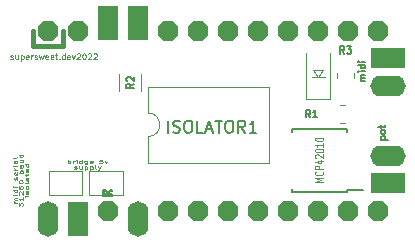
<source format=gbr>
%TF.GenerationSoftware,KiCad,Pcbnew,(6.0.9)*%
%TF.CreationDate,2022-11-13T21:00:24-06:00*%
%TF.ProjectId,melodyous-micro,6d656c6f-6479-46f7-9573-2d6d6963726f,rev?*%
%TF.SameCoordinates,Original*%
%TF.FileFunction,Legend,Top*%
%TF.FilePolarity,Positive*%
%FSLAX46Y46*%
G04 Gerber Fmt 4.6, Leading zero omitted, Abs format (unit mm)*
G04 Created by KiCad (PCBNEW (6.0.9)) date 2022-11-13 21:00:24*
%MOMM*%
%LPD*%
G01*
G04 APERTURE LIST*
G04 Aperture macros list*
%AMFreePoly0*
4,1,17,0.377620,0.861655,0.861655,0.377620,0.876300,0.342265,0.876300,-0.342265,0.861655,-0.377620,0.377620,-0.861655,0.342265,-0.876300,-0.342265,-0.876300,-0.377620,-0.861655,-0.861655,-0.377620,-0.876300,-0.342265,-0.876300,0.342265,-0.861655,0.377620,-0.377620,0.861655,-0.342265,0.876300,0.342265,0.876300,0.377620,0.861655,0.377620,0.861655,$1*%
G04 Aperture macros list end*
%ADD10C,0.075000*%
%ADD11C,0.125000*%
%ADD12C,0.150000*%
%ADD13C,0.100000*%
%ADD14C,0.120000*%
%ADD15C,0.381000*%
%ADD16R,3.000000X1.752600*%
%ADD17O,3.000000X1.752600*%
%ADD18O,1.752600X3.000000*%
%ADD19R,1.752600X3.000000*%
%ADD20FreePoly0,0.000000*%
G04 APERTURE END LIST*
D10*
X109563333Y-77214214D02*
X109563333Y-76914214D01*
X109563333Y-77028500D02*
X109610952Y-77014214D01*
X109706190Y-77014214D01*
X109753809Y-77028500D01*
X109777619Y-77042785D01*
X109801428Y-77071357D01*
X109801428Y-77157071D01*
X109777619Y-77185642D01*
X109753809Y-77199928D01*
X109706190Y-77214214D01*
X109610952Y-77214214D01*
X109563333Y-77199928D01*
X110015714Y-77214214D02*
X110015714Y-77014214D01*
X110015714Y-77071357D02*
X110039523Y-77042785D01*
X110063333Y-77028500D01*
X110110952Y-77014214D01*
X110158571Y-77014214D01*
X110325238Y-77214214D02*
X110325238Y-77014214D01*
X110325238Y-76914214D02*
X110301428Y-76928500D01*
X110325238Y-76942785D01*
X110349047Y-76928500D01*
X110325238Y-76914214D01*
X110325238Y-76942785D01*
X110777619Y-77214214D02*
X110777619Y-76914214D01*
X110777619Y-77199928D02*
X110730000Y-77214214D01*
X110634761Y-77214214D01*
X110587142Y-77199928D01*
X110563333Y-77185642D01*
X110539523Y-77157071D01*
X110539523Y-77071357D01*
X110563333Y-77042785D01*
X110587142Y-77028500D01*
X110634761Y-77014214D01*
X110730000Y-77014214D01*
X110777619Y-77028500D01*
X111230000Y-77014214D02*
X111230000Y-77257071D01*
X111206190Y-77285642D01*
X111182380Y-77299928D01*
X111134761Y-77314214D01*
X111063333Y-77314214D01*
X111015714Y-77299928D01*
X111230000Y-77199928D02*
X111182380Y-77214214D01*
X111087142Y-77214214D01*
X111039523Y-77199928D01*
X111015714Y-77185642D01*
X110991904Y-77157071D01*
X110991904Y-77071357D01*
X111015714Y-77042785D01*
X111039523Y-77028500D01*
X111087142Y-77014214D01*
X111182380Y-77014214D01*
X111230000Y-77028500D01*
X111658571Y-77199928D02*
X111610952Y-77214214D01*
X111515714Y-77214214D01*
X111468095Y-77199928D01*
X111444285Y-77171357D01*
X111444285Y-77057071D01*
X111468095Y-77028500D01*
X111515714Y-77014214D01*
X111610952Y-77014214D01*
X111658571Y-77028500D01*
X111682380Y-77057071D01*
X111682380Y-77085642D01*
X111444285Y-77114214D01*
X112515714Y-76914214D02*
X112277619Y-76914214D01*
X112253809Y-77057071D01*
X112277619Y-77042785D01*
X112325238Y-77028500D01*
X112444285Y-77028500D01*
X112491904Y-77042785D01*
X112515714Y-77057071D01*
X112539523Y-77085642D01*
X112539523Y-77157071D01*
X112515714Y-77185642D01*
X112491904Y-77199928D01*
X112444285Y-77214214D01*
X112325238Y-77214214D01*
X112277619Y-77199928D01*
X112253809Y-77185642D01*
X112706190Y-77014214D02*
X112825238Y-77214214D01*
X112944285Y-77014214D01*
X110122857Y-77682928D02*
X110170476Y-77697214D01*
X110265714Y-77697214D01*
X110313333Y-77682928D01*
X110337142Y-77654357D01*
X110337142Y-77640071D01*
X110313333Y-77611500D01*
X110265714Y-77597214D01*
X110194285Y-77597214D01*
X110146666Y-77582928D01*
X110122857Y-77554357D01*
X110122857Y-77540071D01*
X110146666Y-77511500D01*
X110194285Y-77497214D01*
X110265714Y-77497214D01*
X110313333Y-77511500D01*
X110765714Y-77497214D02*
X110765714Y-77697214D01*
X110551428Y-77497214D02*
X110551428Y-77654357D01*
X110575238Y-77682928D01*
X110622857Y-77697214D01*
X110694285Y-77697214D01*
X110741904Y-77682928D01*
X110765714Y-77668642D01*
X111003809Y-77497214D02*
X111003809Y-77797214D01*
X111003809Y-77511500D02*
X111051428Y-77497214D01*
X111146666Y-77497214D01*
X111194285Y-77511500D01*
X111218095Y-77525785D01*
X111241904Y-77554357D01*
X111241904Y-77640071D01*
X111218095Y-77668642D01*
X111194285Y-77682928D01*
X111146666Y-77697214D01*
X111051428Y-77697214D01*
X111003809Y-77682928D01*
X111456190Y-77497214D02*
X111456190Y-77797214D01*
X111456190Y-77511500D02*
X111503809Y-77497214D01*
X111599047Y-77497214D01*
X111646666Y-77511500D01*
X111670476Y-77525785D01*
X111694285Y-77554357D01*
X111694285Y-77640071D01*
X111670476Y-77668642D01*
X111646666Y-77682928D01*
X111599047Y-77697214D01*
X111503809Y-77697214D01*
X111456190Y-77682928D01*
X111980000Y-77697214D02*
X111932380Y-77682928D01*
X111908571Y-77654357D01*
X111908571Y-77397214D01*
X112122857Y-77497214D02*
X112241904Y-77697214D01*
X112360952Y-77497214D02*
X112241904Y-77697214D01*
X112194285Y-77768642D01*
X112170476Y-77782928D01*
X112122857Y-77797214D01*
X105262714Y-80566666D02*
X105062714Y-80566666D01*
X105091285Y-80566666D02*
X105077000Y-80542857D01*
X105062714Y-80495238D01*
X105062714Y-80423809D01*
X105077000Y-80376190D01*
X105105571Y-80352380D01*
X105262714Y-80352380D01*
X105105571Y-80352380D02*
X105077000Y-80328571D01*
X105062714Y-80280952D01*
X105062714Y-80209523D01*
X105077000Y-80161904D01*
X105105571Y-80138095D01*
X105262714Y-80138095D01*
X105262714Y-79900000D02*
X105062714Y-79900000D01*
X104962714Y-79900000D02*
X104977000Y-79923809D01*
X104991285Y-79900000D01*
X104977000Y-79876190D01*
X104962714Y-79900000D01*
X104991285Y-79900000D01*
X105262714Y-79447619D02*
X104962714Y-79447619D01*
X105248428Y-79447619D02*
X105262714Y-79495238D01*
X105262714Y-79590476D01*
X105248428Y-79638095D01*
X105234142Y-79661904D01*
X105205571Y-79685714D01*
X105119857Y-79685714D01*
X105091285Y-79661904D01*
X105077000Y-79638095D01*
X105062714Y-79590476D01*
X105062714Y-79495238D01*
X105077000Y-79447619D01*
X105262714Y-79209523D02*
X105062714Y-79209523D01*
X104962714Y-79209523D02*
X104977000Y-79233333D01*
X104991285Y-79209523D01*
X104977000Y-79185714D01*
X104962714Y-79209523D01*
X104991285Y-79209523D01*
X105248428Y-78614285D02*
X105262714Y-78566666D01*
X105262714Y-78471428D01*
X105248428Y-78423809D01*
X105219857Y-78400000D01*
X105205571Y-78400000D01*
X105177000Y-78423809D01*
X105162714Y-78471428D01*
X105162714Y-78542857D01*
X105148428Y-78590476D01*
X105119857Y-78614285D01*
X105105571Y-78614285D01*
X105077000Y-78590476D01*
X105062714Y-78542857D01*
X105062714Y-78471428D01*
X105077000Y-78423809D01*
X105248428Y-77995238D02*
X105262714Y-78042857D01*
X105262714Y-78138095D01*
X105248428Y-78185714D01*
X105219857Y-78209523D01*
X105105571Y-78209523D01*
X105077000Y-78185714D01*
X105062714Y-78138095D01*
X105062714Y-78042857D01*
X105077000Y-77995238D01*
X105105571Y-77971428D01*
X105134142Y-77971428D01*
X105162714Y-78209523D01*
X105262714Y-77757142D02*
X105062714Y-77757142D01*
X105119857Y-77757142D02*
X105091285Y-77733333D01*
X105077000Y-77709523D01*
X105062714Y-77661904D01*
X105062714Y-77614285D01*
X105262714Y-77447619D02*
X105062714Y-77447619D01*
X104962714Y-77447619D02*
X104977000Y-77471428D01*
X104991285Y-77447619D01*
X104977000Y-77423809D01*
X104962714Y-77447619D01*
X104991285Y-77447619D01*
X105262714Y-76995238D02*
X105105571Y-76995238D01*
X105077000Y-77019047D01*
X105062714Y-77066666D01*
X105062714Y-77161904D01*
X105077000Y-77209523D01*
X105248428Y-76995238D02*
X105262714Y-77042857D01*
X105262714Y-77161904D01*
X105248428Y-77209523D01*
X105219857Y-77233333D01*
X105191285Y-77233333D01*
X105162714Y-77209523D01*
X105148428Y-77161904D01*
X105148428Y-77042857D01*
X105134142Y-76995238D01*
X105262714Y-76685714D02*
X105248428Y-76733333D01*
X105219857Y-76757142D01*
X104962714Y-76757142D01*
X105445714Y-80864285D02*
X105445714Y-80554761D01*
X105560000Y-80721428D01*
X105560000Y-80650000D01*
X105574285Y-80602380D01*
X105588571Y-80578571D01*
X105617142Y-80554761D01*
X105688571Y-80554761D01*
X105717142Y-80578571D01*
X105731428Y-80602380D01*
X105745714Y-80650000D01*
X105745714Y-80792857D01*
X105731428Y-80840476D01*
X105717142Y-80864285D01*
X105745714Y-80078571D02*
X105745714Y-80364285D01*
X105745714Y-80221428D02*
X105445714Y-80221428D01*
X105488571Y-80269047D01*
X105517142Y-80316666D01*
X105531428Y-80364285D01*
X105474285Y-79888095D02*
X105460000Y-79864285D01*
X105445714Y-79816666D01*
X105445714Y-79697619D01*
X105460000Y-79650000D01*
X105474285Y-79626190D01*
X105502857Y-79602380D01*
X105531428Y-79602380D01*
X105574285Y-79626190D01*
X105745714Y-79911904D01*
X105745714Y-79602380D01*
X105445714Y-79150000D02*
X105445714Y-79388095D01*
X105588571Y-79411904D01*
X105574285Y-79388095D01*
X105560000Y-79340476D01*
X105560000Y-79221428D01*
X105574285Y-79173809D01*
X105588571Y-79150000D01*
X105617142Y-79126190D01*
X105688571Y-79126190D01*
X105717142Y-79150000D01*
X105731428Y-79173809D01*
X105745714Y-79221428D01*
X105745714Y-79340476D01*
X105731428Y-79388095D01*
X105717142Y-79411904D01*
X105445714Y-78816666D02*
X105445714Y-78769047D01*
X105460000Y-78721428D01*
X105474285Y-78697619D01*
X105502857Y-78673809D01*
X105560000Y-78650000D01*
X105631428Y-78650000D01*
X105688571Y-78673809D01*
X105717142Y-78697619D01*
X105731428Y-78721428D01*
X105745714Y-78769047D01*
X105745714Y-78816666D01*
X105731428Y-78864285D01*
X105717142Y-78888095D01*
X105688571Y-78911904D01*
X105631428Y-78935714D01*
X105560000Y-78935714D01*
X105502857Y-78911904D01*
X105474285Y-78888095D01*
X105460000Y-78864285D01*
X105445714Y-78816666D01*
X105745714Y-78054761D02*
X105445714Y-78054761D01*
X105560000Y-78054761D02*
X105545714Y-78007142D01*
X105545714Y-77911904D01*
X105560000Y-77864285D01*
X105574285Y-77840476D01*
X105602857Y-77816666D01*
X105688571Y-77816666D01*
X105717142Y-77840476D01*
X105731428Y-77864285D01*
X105745714Y-77911904D01*
X105745714Y-78007142D01*
X105731428Y-78054761D01*
X105745714Y-77388095D02*
X105588571Y-77388095D01*
X105560000Y-77411904D01*
X105545714Y-77459523D01*
X105545714Y-77554761D01*
X105560000Y-77602380D01*
X105731428Y-77388095D02*
X105745714Y-77435714D01*
X105745714Y-77554761D01*
X105731428Y-77602380D01*
X105702857Y-77626190D01*
X105674285Y-77626190D01*
X105645714Y-77602380D01*
X105631428Y-77554761D01*
X105631428Y-77435714D01*
X105617142Y-77388095D01*
X105545714Y-76935714D02*
X105745714Y-76935714D01*
X105545714Y-77150000D02*
X105702857Y-77150000D01*
X105731428Y-77126190D01*
X105745714Y-77078571D01*
X105745714Y-77007142D01*
X105731428Y-76959523D01*
X105717142Y-76935714D01*
X105745714Y-76483333D02*
X105445714Y-76483333D01*
X105731428Y-76483333D02*
X105745714Y-76530952D01*
X105745714Y-76626190D01*
X105731428Y-76673809D01*
X105717142Y-76697619D01*
X105688571Y-76721428D01*
X105602857Y-76721428D01*
X105574285Y-76697619D01*
X105560000Y-76673809D01*
X105545714Y-76626190D01*
X105545714Y-76530952D01*
X105560000Y-76483333D01*
X106228714Y-80019047D02*
X106028714Y-80019047D01*
X105928714Y-80019047D02*
X105943000Y-80042857D01*
X105957285Y-80019047D01*
X105943000Y-79995238D01*
X105928714Y-80019047D01*
X105957285Y-80019047D01*
X106214428Y-79804761D02*
X106228714Y-79757142D01*
X106228714Y-79661904D01*
X106214428Y-79614285D01*
X106185857Y-79590476D01*
X106171571Y-79590476D01*
X106143000Y-79614285D01*
X106128714Y-79661904D01*
X106128714Y-79733333D01*
X106114428Y-79780952D01*
X106085857Y-79804761D01*
X106071571Y-79804761D01*
X106043000Y-79780952D01*
X106028714Y-79733333D01*
X106028714Y-79661904D01*
X106043000Y-79614285D01*
X106228714Y-79304761D02*
X106214428Y-79352380D01*
X106200142Y-79376190D01*
X106171571Y-79400000D01*
X106085857Y-79400000D01*
X106057285Y-79376190D01*
X106043000Y-79352380D01*
X106028714Y-79304761D01*
X106028714Y-79233333D01*
X106043000Y-79185714D01*
X106057285Y-79161904D01*
X106085857Y-79138095D01*
X106171571Y-79138095D01*
X106200142Y-79161904D01*
X106214428Y-79185714D01*
X106228714Y-79233333D01*
X106228714Y-79304761D01*
X106228714Y-78852380D02*
X106214428Y-78900000D01*
X106185857Y-78923809D01*
X105928714Y-78923809D01*
X106228714Y-78447619D02*
X106071571Y-78447619D01*
X106043000Y-78471428D01*
X106028714Y-78519047D01*
X106028714Y-78614285D01*
X106043000Y-78661904D01*
X106214428Y-78447619D02*
X106228714Y-78495238D01*
X106228714Y-78614285D01*
X106214428Y-78661904D01*
X106185857Y-78685714D01*
X106157285Y-78685714D01*
X106128714Y-78661904D01*
X106114428Y-78614285D01*
X106114428Y-78495238D01*
X106100142Y-78447619D01*
X106028714Y-78280952D02*
X106028714Y-78090476D01*
X105928714Y-78209523D02*
X106185857Y-78209523D01*
X106214428Y-78185714D01*
X106228714Y-78138095D01*
X106228714Y-78090476D01*
X106214428Y-77733333D02*
X106228714Y-77780952D01*
X106228714Y-77876190D01*
X106214428Y-77923809D01*
X106185857Y-77947619D01*
X106071571Y-77947619D01*
X106043000Y-77923809D01*
X106028714Y-77876190D01*
X106028714Y-77780952D01*
X106043000Y-77733333D01*
X106071571Y-77709523D01*
X106100142Y-77709523D01*
X106128714Y-77947619D01*
X106228714Y-77280952D02*
X105928714Y-77280952D01*
X106214428Y-77280952D02*
X106228714Y-77328571D01*
X106228714Y-77423809D01*
X106214428Y-77471428D01*
X106200142Y-77495238D01*
X106171571Y-77519047D01*
X106085857Y-77519047D01*
X106057285Y-77495238D01*
X106043000Y-77471428D01*
X106028714Y-77423809D01*
X106028714Y-77328571D01*
X106043000Y-77280952D01*
X104713333Y-68392380D02*
X104760952Y-68416190D01*
X104856190Y-68416190D01*
X104903809Y-68392380D01*
X104927619Y-68344761D01*
X104927619Y-68320952D01*
X104903809Y-68273333D01*
X104856190Y-68249523D01*
X104784761Y-68249523D01*
X104737142Y-68225714D01*
X104713333Y-68178095D01*
X104713333Y-68154285D01*
X104737142Y-68106666D01*
X104784761Y-68082857D01*
X104856190Y-68082857D01*
X104903809Y-68106666D01*
X105356190Y-68082857D02*
X105356190Y-68416190D01*
X105141904Y-68082857D02*
X105141904Y-68344761D01*
X105165714Y-68392380D01*
X105213333Y-68416190D01*
X105284761Y-68416190D01*
X105332380Y-68392380D01*
X105356190Y-68368571D01*
X105594285Y-68082857D02*
X105594285Y-68582857D01*
X105594285Y-68106666D02*
X105641904Y-68082857D01*
X105737142Y-68082857D01*
X105784761Y-68106666D01*
X105808571Y-68130476D01*
X105832380Y-68178095D01*
X105832380Y-68320952D01*
X105808571Y-68368571D01*
X105784761Y-68392380D01*
X105737142Y-68416190D01*
X105641904Y-68416190D01*
X105594285Y-68392380D01*
X106237142Y-68392380D02*
X106189523Y-68416190D01*
X106094285Y-68416190D01*
X106046666Y-68392380D01*
X106022857Y-68344761D01*
X106022857Y-68154285D01*
X106046666Y-68106666D01*
X106094285Y-68082857D01*
X106189523Y-68082857D01*
X106237142Y-68106666D01*
X106260952Y-68154285D01*
X106260952Y-68201904D01*
X106022857Y-68249523D01*
X106475238Y-68416190D02*
X106475238Y-68082857D01*
X106475238Y-68178095D02*
X106499047Y-68130476D01*
X106522857Y-68106666D01*
X106570476Y-68082857D01*
X106618095Y-68082857D01*
X106760952Y-68392380D02*
X106808571Y-68416190D01*
X106903809Y-68416190D01*
X106951428Y-68392380D01*
X106975238Y-68344761D01*
X106975238Y-68320952D01*
X106951428Y-68273333D01*
X106903809Y-68249523D01*
X106832380Y-68249523D01*
X106784761Y-68225714D01*
X106760952Y-68178095D01*
X106760952Y-68154285D01*
X106784761Y-68106666D01*
X106832380Y-68082857D01*
X106903809Y-68082857D01*
X106951428Y-68106666D01*
X107141904Y-68082857D02*
X107237142Y-68416190D01*
X107332380Y-68178095D01*
X107427619Y-68416190D01*
X107522857Y-68082857D01*
X107903809Y-68392380D02*
X107856190Y-68416190D01*
X107760952Y-68416190D01*
X107713333Y-68392380D01*
X107689523Y-68344761D01*
X107689523Y-68154285D01*
X107713333Y-68106666D01*
X107760952Y-68082857D01*
X107856190Y-68082857D01*
X107903809Y-68106666D01*
X107927619Y-68154285D01*
X107927619Y-68201904D01*
X107689523Y-68249523D01*
X108332380Y-68392380D02*
X108284761Y-68416190D01*
X108189523Y-68416190D01*
X108141904Y-68392380D01*
X108118095Y-68344761D01*
X108118095Y-68154285D01*
X108141904Y-68106666D01*
X108189523Y-68082857D01*
X108284761Y-68082857D01*
X108332380Y-68106666D01*
X108356190Y-68154285D01*
X108356190Y-68201904D01*
X108118095Y-68249523D01*
X108499047Y-68082857D02*
X108689523Y-68082857D01*
X108570476Y-67916190D02*
X108570476Y-68344761D01*
X108594285Y-68392380D01*
X108641904Y-68416190D01*
X108689523Y-68416190D01*
X108856190Y-68368571D02*
X108880000Y-68392380D01*
X108856190Y-68416190D01*
X108832380Y-68392380D01*
X108856190Y-68368571D01*
X108856190Y-68416190D01*
X109308571Y-68416190D02*
X109308571Y-67916190D01*
X109308571Y-68392380D02*
X109260952Y-68416190D01*
X109165714Y-68416190D01*
X109118095Y-68392380D01*
X109094285Y-68368571D01*
X109070476Y-68320952D01*
X109070476Y-68178095D01*
X109094285Y-68130476D01*
X109118095Y-68106666D01*
X109165714Y-68082857D01*
X109260952Y-68082857D01*
X109308571Y-68106666D01*
X109737142Y-68392380D02*
X109689523Y-68416190D01*
X109594285Y-68416190D01*
X109546666Y-68392380D01*
X109522857Y-68344761D01*
X109522857Y-68154285D01*
X109546666Y-68106666D01*
X109594285Y-68082857D01*
X109689523Y-68082857D01*
X109737142Y-68106666D01*
X109760952Y-68154285D01*
X109760952Y-68201904D01*
X109522857Y-68249523D01*
X109927619Y-68082857D02*
X110046666Y-68416190D01*
X110165714Y-68082857D01*
X110332380Y-67963809D02*
X110356190Y-67940000D01*
X110403809Y-67916190D01*
X110522857Y-67916190D01*
X110570476Y-67940000D01*
X110594285Y-67963809D01*
X110618095Y-68011428D01*
X110618095Y-68059047D01*
X110594285Y-68130476D01*
X110308571Y-68416190D01*
X110618095Y-68416190D01*
X110927619Y-67916190D02*
X110975238Y-67916190D01*
X111022857Y-67940000D01*
X111046666Y-67963809D01*
X111070476Y-68011428D01*
X111094285Y-68106666D01*
X111094285Y-68225714D01*
X111070476Y-68320952D01*
X111046666Y-68368571D01*
X111022857Y-68392380D01*
X110975238Y-68416190D01*
X110927619Y-68416190D01*
X110880000Y-68392380D01*
X110856190Y-68368571D01*
X110832380Y-68320952D01*
X110808571Y-68225714D01*
X110808571Y-68106666D01*
X110832380Y-68011428D01*
X110856190Y-67963809D01*
X110880000Y-67940000D01*
X110927619Y-67916190D01*
X111284761Y-67963809D02*
X111308571Y-67940000D01*
X111356190Y-67916190D01*
X111475238Y-67916190D01*
X111522857Y-67940000D01*
X111546666Y-67963809D01*
X111570476Y-68011428D01*
X111570476Y-68059047D01*
X111546666Y-68130476D01*
X111260952Y-68416190D01*
X111570476Y-68416190D01*
X111760952Y-67963809D02*
X111784761Y-67940000D01*
X111832380Y-67916190D01*
X111951428Y-67916190D01*
X111999047Y-67940000D01*
X112022857Y-67963809D01*
X112046666Y-68011428D01*
X112046666Y-68059047D01*
X112022857Y-68130476D01*
X111737142Y-68416190D01*
X112046666Y-68416190D01*
D11*
%TO.C,MCP42010*%
X131214666Y-78785342D02*
X130514666Y-78785342D01*
X131014666Y-78618676D01*
X130514666Y-78452009D01*
X131214666Y-78452009D01*
X131148000Y-77928200D02*
X131181333Y-77952009D01*
X131214666Y-78023438D01*
X131214666Y-78071057D01*
X131181333Y-78142485D01*
X131114666Y-78190104D01*
X131048000Y-78213914D01*
X130914666Y-78237723D01*
X130814666Y-78237723D01*
X130681333Y-78213914D01*
X130614666Y-78190104D01*
X130548000Y-78142485D01*
X130514666Y-78071057D01*
X130514666Y-78023438D01*
X130548000Y-77952009D01*
X130581333Y-77928200D01*
X131214666Y-77713914D02*
X130514666Y-77713914D01*
X130514666Y-77523438D01*
X130548000Y-77475819D01*
X130581333Y-77452009D01*
X130648000Y-77428200D01*
X130748000Y-77428200D01*
X130814666Y-77452009D01*
X130848000Y-77475819D01*
X130881333Y-77523438D01*
X130881333Y-77713914D01*
X130748000Y-76999628D02*
X131214666Y-76999628D01*
X130481333Y-77118676D02*
X130981333Y-77237723D01*
X130981333Y-76928200D01*
X130581333Y-76761533D02*
X130548000Y-76737723D01*
X130514666Y-76690104D01*
X130514666Y-76571057D01*
X130548000Y-76523438D01*
X130581333Y-76499628D01*
X130648000Y-76475819D01*
X130714666Y-76475819D01*
X130814666Y-76499628D01*
X131214666Y-76785342D01*
X131214666Y-76475819D01*
X130514666Y-76166295D02*
X130514666Y-76118676D01*
X130548000Y-76071057D01*
X130581333Y-76047247D01*
X130648000Y-76023438D01*
X130781333Y-75999628D01*
X130948000Y-75999628D01*
X131081333Y-76023438D01*
X131148000Y-76047247D01*
X131181333Y-76071057D01*
X131214666Y-76118676D01*
X131214666Y-76166295D01*
X131181333Y-76213914D01*
X131148000Y-76237723D01*
X131081333Y-76261533D01*
X130948000Y-76285342D01*
X130781333Y-76285342D01*
X130648000Y-76261533D01*
X130581333Y-76237723D01*
X130548000Y-76213914D01*
X130514666Y-76166295D01*
X131214666Y-75523438D02*
X131214666Y-75809152D01*
X131214666Y-75666295D02*
X130514666Y-75666295D01*
X130614666Y-75713914D01*
X130681333Y-75761533D01*
X130714666Y-75809152D01*
X130514666Y-75213914D02*
X130514666Y-75166295D01*
X130548000Y-75118676D01*
X130581333Y-75094866D01*
X130648000Y-75071057D01*
X130781333Y-75047247D01*
X130948000Y-75047247D01*
X131081333Y-75071057D01*
X131148000Y-75094866D01*
X131181333Y-75118676D01*
X131214666Y-75166295D01*
X131214666Y-75213914D01*
X131181333Y-75261533D01*
X131148000Y-75285342D01*
X131081333Y-75309152D01*
X130948000Y-75332961D01*
X130781333Y-75332961D01*
X130648000Y-75309152D01*
X130581333Y-75285342D01*
X130548000Y-75261533D01*
X130514666Y-75213914D01*
D12*
%TO.C,R1*%
X130120000Y-73331428D02*
X129920000Y-73045714D01*
X129777142Y-73331428D02*
X129777142Y-72731428D01*
X130005714Y-72731428D01*
X130062857Y-72760000D01*
X130091428Y-72788571D01*
X130120000Y-72845714D01*
X130120000Y-72931428D01*
X130091428Y-72988571D01*
X130062857Y-73017142D01*
X130005714Y-73045714D01*
X129777142Y-73045714D01*
X130691428Y-73331428D02*
X130348571Y-73331428D01*
X130520000Y-73331428D02*
X130520000Y-72731428D01*
X130462857Y-72817142D01*
X130405714Y-72874285D01*
X130348571Y-72902857D01*
%TO.C,ISOLATOR1*%
X118065114Y-74625580D02*
X118065114Y-73625580D01*
X118493685Y-74577961D02*
X118636542Y-74625580D01*
X118874638Y-74625580D01*
X118969876Y-74577961D01*
X119017495Y-74530342D01*
X119065114Y-74435104D01*
X119065114Y-74339866D01*
X119017495Y-74244628D01*
X118969876Y-74197009D01*
X118874638Y-74149390D01*
X118684161Y-74101771D01*
X118588923Y-74054152D01*
X118541304Y-74006533D01*
X118493685Y-73911295D01*
X118493685Y-73816057D01*
X118541304Y-73720819D01*
X118588923Y-73673200D01*
X118684161Y-73625580D01*
X118922257Y-73625580D01*
X119065114Y-73673200D01*
X119684161Y-73625580D02*
X119874638Y-73625580D01*
X119969876Y-73673200D01*
X120065114Y-73768438D01*
X120112733Y-73958914D01*
X120112733Y-74292247D01*
X120065114Y-74482723D01*
X119969876Y-74577961D01*
X119874638Y-74625580D01*
X119684161Y-74625580D01*
X119588923Y-74577961D01*
X119493685Y-74482723D01*
X119446066Y-74292247D01*
X119446066Y-73958914D01*
X119493685Y-73768438D01*
X119588923Y-73673200D01*
X119684161Y-73625580D01*
X121017495Y-74625580D02*
X120541304Y-74625580D01*
X120541304Y-73625580D01*
X121303209Y-74339866D02*
X121779400Y-74339866D01*
X121207971Y-74625580D02*
X121541304Y-73625580D01*
X121874638Y-74625580D01*
X122065114Y-73625580D02*
X122636542Y-73625580D01*
X122350828Y-74625580D02*
X122350828Y-73625580D01*
X123160352Y-73625580D02*
X123350828Y-73625580D01*
X123446066Y-73673200D01*
X123541304Y-73768438D01*
X123588923Y-73958914D01*
X123588923Y-74292247D01*
X123541304Y-74482723D01*
X123446066Y-74577961D01*
X123350828Y-74625580D01*
X123160352Y-74625580D01*
X123065114Y-74577961D01*
X122969876Y-74482723D01*
X122922257Y-74292247D01*
X122922257Y-73958914D01*
X122969876Y-73768438D01*
X123065114Y-73673200D01*
X123160352Y-73625580D01*
X124588923Y-74625580D02*
X124255590Y-74149390D01*
X124017495Y-74625580D02*
X124017495Y-73625580D01*
X124398447Y-73625580D01*
X124493685Y-73673200D01*
X124541304Y-73720819D01*
X124588923Y-73816057D01*
X124588923Y-73958914D01*
X124541304Y-74054152D01*
X124493685Y-74101771D01*
X124398447Y-74149390D01*
X124017495Y-74149390D01*
X125541304Y-74625580D02*
X124969876Y-74625580D01*
X125255590Y-74625580D02*
X125255590Y-73625580D01*
X125160352Y-73768438D01*
X125065114Y-73863676D01*
X124969876Y-73911295D01*
%TO.C,R2*%
X115146828Y-70495400D02*
X114861114Y-70695400D01*
X115146828Y-70838257D02*
X114546828Y-70838257D01*
X114546828Y-70609685D01*
X114575400Y-70552542D01*
X114603971Y-70523971D01*
X114661114Y-70495400D01*
X114746828Y-70495400D01*
X114803971Y-70523971D01*
X114832542Y-70552542D01*
X114861114Y-70609685D01*
X114861114Y-70838257D01*
X114603971Y-70266828D02*
X114575400Y-70238257D01*
X114546828Y-70181114D01*
X114546828Y-70038257D01*
X114575400Y-69981114D01*
X114603971Y-69952542D01*
X114661114Y-69923971D01*
X114718257Y-69923971D01*
X114803971Y-69952542D01*
X115146828Y-70295400D01*
X115146828Y-69923971D01*
%TO.C,R3*%
X133000000Y-67931428D02*
X132800000Y-67645714D01*
X132657142Y-67931428D02*
X132657142Y-67331428D01*
X132885714Y-67331428D01*
X132942857Y-67360000D01*
X132971428Y-67388571D01*
X133000000Y-67445714D01*
X133000000Y-67531428D01*
X132971428Y-67588571D01*
X132942857Y-67617142D01*
X132885714Y-67645714D01*
X132657142Y-67645714D01*
X133200000Y-67331428D02*
X133571428Y-67331428D01*
X133371428Y-67560000D01*
X133457142Y-67560000D01*
X133514285Y-67588571D01*
X133542857Y-67617142D01*
X133571428Y-67674285D01*
X133571428Y-67817142D01*
X133542857Y-67874285D01*
X133514285Y-67902857D01*
X133457142Y-67931428D01*
X133285714Y-67931428D01*
X133228571Y-67902857D01*
X133200000Y-67874285D01*
%TO.C,J1*%
X134761428Y-70244285D02*
X134361428Y-70244285D01*
X134418571Y-70244285D02*
X134390000Y-70215714D01*
X134361428Y-70158571D01*
X134361428Y-70072857D01*
X134390000Y-70015714D01*
X134447142Y-69987142D01*
X134761428Y-69987142D01*
X134447142Y-69987142D02*
X134390000Y-69958571D01*
X134361428Y-69901428D01*
X134361428Y-69815714D01*
X134390000Y-69758571D01*
X134447142Y-69730000D01*
X134761428Y-69730000D01*
X134761428Y-69444285D02*
X134361428Y-69444285D01*
X134161428Y-69444285D02*
X134190000Y-69472857D01*
X134218571Y-69444285D01*
X134190000Y-69415714D01*
X134161428Y-69444285D01*
X134218571Y-69444285D01*
X134761428Y-68901428D02*
X134161428Y-68901428D01*
X134732857Y-68901428D02*
X134761428Y-68958571D01*
X134761428Y-69072857D01*
X134732857Y-69130000D01*
X134704285Y-69158571D01*
X134647142Y-69187142D01*
X134475714Y-69187142D01*
X134418571Y-69158571D01*
X134390000Y-69130000D01*
X134361428Y-69072857D01*
X134361428Y-68958571D01*
X134390000Y-68901428D01*
X134761428Y-68615714D02*
X134361428Y-68615714D01*
X134161428Y-68615714D02*
X134190000Y-68644285D01*
X134218571Y-68615714D01*
X134190000Y-68587142D01*
X134161428Y-68615714D01*
X134218571Y-68615714D01*
%TO.C,POTW1*%
X136071428Y-75241428D02*
X136671428Y-75241428D01*
X136100000Y-75241428D02*
X136071428Y-75184285D01*
X136071428Y-75070000D01*
X136100000Y-75012857D01*
X136128571Y-74984285D01*
X136185714Y-74955714D01*
X136357142Y-74955714D01*
X136414285Y-74984285D01*
X136442857Y-75012857D01*
X136471428Y-75070000D01*
X136471428Y-75184285D01*
X136442857Y-75241428D01*
X136471428Y-74612857D02*
X136442857Y-74670000D01*
X136414285Y-74698571D01*
X136357142Y-74727142D01*
X136185714Y-74727142D01*
X136128571Y-74698571D01*
X136100000Y-74670000D01*
X136071428Y-74612857D01*
X136071428Y-74527142D01*
X136100000Y-74470000D01*
X136128571Y-74441428D01*
X136185714Y-74412857D01*
X136357142Y-74412857D01*
X136414285Y-74441428D01*
X136442857Y-74470000D01*
X136471428Y-74527142D01*
X136471428Y-74612857D01*
X136071428Y-74241428D02*
X136071428Y-74012857D01*
X135871428Y-74155714D02*
X136385714Y-74155714D01*
X136442857Y-74127142D01*
X136471428Y-74070000D01*
X136471428Y-74012857D01*
D13*
%TO.C,D1*%
X130370000Y-69309998D02*
X131170000Y-69309998D01*
X130770000Y-69909998D02*
X130220000Y-69909998D01*
X130770000Y-69909998D02*
X130370000Y-69309998D01*
X131170000Y-69309998D02*
X130770000Y-69909998D01*
X130770000Y-69909998D02*
X131320000Y-69909998D01*
D14*
X131770000Y-71809998D02*
X131770000Y-67909998D01*
X129770000Y-71809998D02*
X131770000Y-71809998D01*
X129770000Y-71809998D02*
X129770000Y-67909998D01*
D12*
%TO.C,MCP42010*%
X128585000Y-74365000D02*
X128585000Y-74590000D01*
X133235000Y-74365000D02*
X133235000Y-74590000D01*
X133235000Y-79490000D02*
X134585000Y-79490000D01*
X133235000Y-74365000D02*
X128585000Y-74365000D01*
X133235000Y-79615000D02*
X128585000Y-79615000D01*
X128585000Y-79615000D02*
X128585000Y-79390000D01*
X133235000Y-79615000D02*
X133235000Y-79490000D01*
D14*
%TO.C,R1*%
X132612936Y-72325000D02*
X133067064Y-72325000D01*
X132612936Y-73795000D02*
X133067064Y-73795000D01*
%TO.C,ISOLATOR1*%
X116360000Y-74970000D02*
G75*
G03*
X116360000Y-72970000I0J1000000D01*
G01*
X116360000Y-70735000D02*
X116360000Y-72970000D01*
X126640000Y-77205000D02*
X126640000Y-70735000D01*
X126640000Y-70735000D02*
X116360000Y-70735000D01*
X116360000Y-77205000D02*
X126640000Y-77205000D01*
X116360000Y-74970000D02*
X116360000Y-77205000D01*
%TO.C,JP2*%
X111415000Y-79900000D02*
X111415000Y-77900000D01*
X114215000Y-77900000D02*
X114215000Y-79900000D01*
X111415000Y-77900000D02*
X114215000Y-77900000D01*
X114215000Y-79900000D02*
X111415000Y-79900000D01*
%TO.C,R2*%
X115760000Y-69642936D02*
X115760000Y-71097064D01*
X113940000Y-69642936D02*
X113940000Y-71097064D01*
%TO.C,JP1*%
X110820000Y-79900000D02*
X108020000Y-79900000D01*
X110820000Y-77900000D02*
X110820000Y-79900000D01*
X108020000Y-79900000D02*
X108020000Y-77900000D01*
X108020000Y-77900000D02*
X110820000Y-77900000D01*
%TO.C,R3*%
X132365000Y-69994564D02*
X132365000Y-69540436D01*
X133835000Y-69994564D02*
X133835000Y-69540436D01*
%TO.C,U1*%
G36*
X113029030Y-79764635D02*
G01*
X112929030Y-79764635D01*
X112929030Y-79664635D01*
X113029030Y-79664635D01*
X113029030Y-79764635D01*
G37*
D12*
X113029030Y-79764635D02*
X112929030Y-79764635D01*
X112929030Y-79664635D01*
X113029030Y-79664635D01*
X113029030Y-79764635D01*
G36*
X112629030Y-79964635D02*
G01*
X112529030Y-79964635D01*
X112529030Y-79464635D01*
X112629030Y-79464635D01*
X112629030Y-79964635D01*
G37*
X112629030Y-79964635D02*
X112529030Y-79964635D01*
X112529030Y-79464635D01*
X112629030Y-79464635D01*
X112629030Y-79964635D01*
G36*
X113329030Y-79564635D02*
G01*
X113129030Y-79564635D01*
X113129030Y-79464635D01*
X113329030Y-79464635D01*
X113329030Y-79564635D01*
G37*
X113329030Y-79564635D02*
X113129030Y-79564635D01*
X113129030Y-79464635D01*
X113329030Y-79464635D01*
X113329030Y-79564635D01*
G36*
X113329030Y-79964635D02*
G01*
X112529030Y-79964635D01*
X112529030Y-79864635D01*
X113329030Y-79864635D01*
X113329030Y-79964635D01*
G37*
X113329030Y-79964635D02*
X112529030Y-79964635D01*
X112529030Y-79864635D01*
X113329030Y-79864635D01*
X113329030Y-79964635D01*
G36*
X112829030Y-79564635D02*
G01*
X112529030Y-79564635D01*
X112529030Y-79464635D01*
X112829030Y-79464635D01*
X112829030Y-79564635D01*
G37*
X112829030Y-79564635D02*
X112529030Y-79564635D01*
X112529030Y-79464635D01*
X112829030Y-79464635D01*
X112829030Y-79564635D01*
D15*
X106640000Y-67270000D02*
X109180000Y-67270000D01*
X109180000Y-67270000D02*
X109180000Y-66000000D01*
X106640000Y-67270000D02*
X106640000Y-66000000D01*
%TD*%
D16*
%TO.C,J1*%
X136660400Y-68320000D03*
D17*
X136660400Y-70682000D03*
%TD*%
D18*
%TO.C,U1*%
X107910000Y-81900400D03*
D19*
X110450000Y-81900400D03*
D20*
X112990000Y-81240000D03*
D18*
X115530000Y-81900400D03*
D20*
X118070000Y-81240000D03*
X120610000Y-81240000D03*
X123150000Y-81240000D03*
X125690000Y-81240000D03*
X128230000Y-81240000D03*
X130770000Y-81240000D03*
X133310000Y-81240000D03*
X135850000Y-81240000D03*
X135850000Y-66000000D03*
X133310000Y-66000000D03*
X130770000Y-66000000D03*
X128230000Y-66000000D03*
X125690000Y-66000000D03*
X123150000Y-66000000D03*
X120610000Y-66000000D03*
X118070000Y-66000000D03*
D19*
X115530000Y-65339600D03*
X112990000Y-65339600D03*
D20*
X110450000Y-66000000D03*
X107910000Y-66000000D03*
%TD*%
D17*
%TO.C,POTW1*%
X136660400Y-76568000D03*
D16*
X136660400Y-78900000D03*
%TD*%
M02*

</source>
